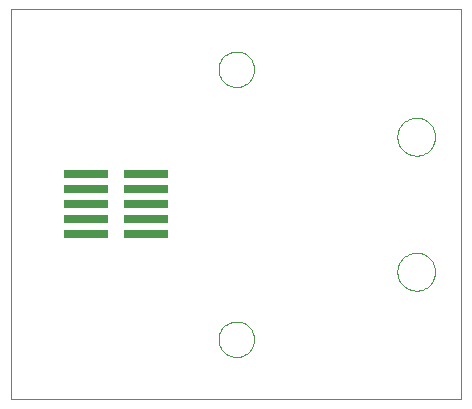
<source format=gtp>
G75*
G70*
%OFA0B0*%
%FSLAX24Y24*%
%IPPOS*%
%LPD*%
%AMOC8*
5,1,8,0,0,1.08239X$1,22.5*
%
%ADD10C,0.0000*%
%ADD11R,0.1500X0.0290*%
D10*
X000100Y000100D02*
X000100Y013100D01*
X015100Y013100D01*
X015100Y000100D01*
X000100Y000100D01*
X007009Y002100D02*
X007011Y002148D01*
X007017Y002196D01*
X007027Y002243D01*
X007040Y002289D01*
X007058Y002334D01*
X007078Y002378D01*
X007103Y002420D01*
X007131Y002459D01*
X007161Y002496D01*
X007195Y002530D01*
X007232Y002562D01*
X007270Y002591D01*
X007311Y002616D01*
X007354Y002638D01*
X007399Y002656D01*
X007445Y002670D01*
X007492Y002681D01*
X007540Y002688D01*
X007588Y002691D01*
X007636Y002690D01*
X007684Y002685D01*
X007732Y002676D01*
X007778Y002664D01*
X007823Y002647D01*
X007867Y002627D01*
X007909Y002604D01*
X007949Y002577D01*
X007987Y002547D01*
X008022Y002514D01*
X008054Y002478D01*
X008084Y002440D01*
X008110Y002399D01*
X008132Y002356D01*
X008152Y002312D01*
X008167Y002267D01*
X008179Y002220D01*
X008187Y002172D01*
X008191Y002124D01*
X008191Y002076D01*
X008187Y002028D01*
X008179Y001980D01*
X008167Y001933D01*
X008152Y001888D01*
X008132Y001844D01*
X008110Y001801D01*
X008084Y001760D01*
X008054Y001722D01*
X008022Y001686D01*
X007987Y001653D01*
X007949Y001623D01*
X007909Y001596D01*
X007867Y001573D01*
X007823Y001553D01*
X007778Y001536D01*
X007732Y001524D01*
X007684Y001515D01*
X007636Y001510D01*
X007588Y001509D01*
X007540Y001512D01*
X007492Y001519D01*
X007445Y001530D01*
X007399Y001544D01*
X007354Y001562D01*
X007311Y001584D01*
X007270Y001609D01*
X007232Y001638D01*
X007195Y001670D01*
X007161Y001704D01*
X007131Y001741D01*
X007103Y001780D01*
X007078Y001822D01*
X007058Y001866D01*
X007040Y001911D01*
X007027Y001957D01*
X007017Y002004D01*
X007011Y002052D01*
X007009Y002100D01*
X012970Y004350D02*
X012972Y004400D01*
X012978Y004450D01*
X012988Y004499D01*
X013002Y004547D01*
X013019Y004594D01*
X013040Y004639D01*
X013065Y004683D01*
X013093Y004724D01*
X013125Y004763D01*
X013159Y004800D01*
X013196Y004834D01*
X013236Y004864D01*
X013278Y004891D01*
X013322Y004915D01*
X013368Y004936D01*
X013415Y004952D01*
X013463Y004965D01*
X013513Y004974D01*
X013562Y004979D01*
X013613Y004980D01*
X013663Y004977D01*
X013712Y004970D01*
X013761Y004959D01*
X013809Y004944D01*
X013855Y004926D01*
X013900Y004904D01*
X013943Y004878D01*
X013984Y004849D01*
X014023Y004817D01*
X014059Y004782D01*
X014091Y004744D01*
X014121Y004704D01*
X014148Y004661D01*
X014171Y004617D01*
X014190Y004571D01*
X014206Y004523D01*
X014218Y004474D01*
X014226Y004425D01*
X014230Y004375D01*
X014230Y004325D01*
X014226Y004275D01*
X014218Y004226D01*
X014206Y004177D01*
X014190Y004129D01*
X014171Y004083D01*
X014148Y004039D01*
X014121Y003996D01*
X014091Y003956D01*
X014059Y003918D01*
X014023Y003883D01*
X013984Y003851D01*
X013943Y003822D01*
X013900Y003796D01*
X013855Y003774D01*
X013809Y003756D01*
X013761Y003741D01*
X013712Y003730D01*
X013663Y003723D01*
X013613Y003720D01*
X013562Y003721D01*
X013513Y003726D01*
X013463Y003735D01*
X013415Y003748D01*
X013368Y003764D01*
X013322Y003785D01*
X013278Y003809D01*
X013236Y003836D01*
X013196Y003866D01*
X013159Y003900D01*
X013125Y003937D01*
X013093Y003976D01*
X013065Y004017D01*
X013040Y004061D01*
X013019Y004106D01*
X013002Y004153D01*
X012988Y004201D01*
X012978Y004250D01*
X012972Y004300D01*
X012970Y004350D01*
X012970Y008850D02*
X012972Y008900D01*
X012978Y008950D01*
X012988Y008999D01*
X013002Y009047D01*
X013019Y009094D01*
X013040Y009139D01*
X013065Y009183D01*
X013093Y009224D01*
X013125Y009263D01*
X013159Y009300D01*
X013196Y009334D01*
X013236Y009364D01*
X013278Y009391D01*
X013322Y009415D01*
X013368Y009436D01*
X013415Y009452D01*
X013463Y009465D01*
X013513Y009474D01*
X013562Y009479D01*
X013613Y009480D01*
X013663Y009477D01*
X013712Y009470D01*
X013761Y009459D01*
X013809Y009444D01*
X013855Y009426D01*
X013900Y009404D01*
X013943Y009378D01*
X013984Y009349D01*
X014023Y009317D01*
X014059Y009282D01*
X014091Y009244D01*
X014121Y009204D01*
X014148Y009161D01*
X014171Y009117D01*
X014190Y009071D01*
X014206Y009023D01*
X014218Y008974D01*
X014226Y008925D01*
X014230Y008875D01*
X014230Y008825D01*
X014226Y008775D01*
X014218Y008726D01*
X014206Y008677D01*
X014190Y008629D01*
X014171Y008583D01*
X014148Y008539D01*
X014121Y008496D01*
X014091Y008456D01*
X014059Y008418D01*
X014023Y008383D01*
X013984Y008351D01*
X013943Y008322D01*
X013900Y008296D01*
X013855Y008274D01*
X013809Y008256D01*
X013761Y008241D01*
X013712Y008230D01*
X013663Y008223D01*
X013613Y008220D01*
X013562Y008221D01*
X013513Y008226D01*
X013463Y008235D01*
X013415Y008248D01*
X013368Y008264D01*
X013322Y008285D01*
X013278Y008309D01*
X013236Y008336D01*
X013196Y008366D01*
X013159Y008400D01*
X013125Y008437D01*
X013093Y008476D01*
X013065Y008517D01*
X013040Y008561D01*
X013019Y008606D01*
X013002Y008653D01*
X012988Y008701D01*
X012978Y008750D01*
X012972Y008800D01*
X012970Y008850D01*
X007009Y011100D02*
X007011Y011148D01*
X007017Y011196D01*
X007027Y011243D01*
X007040Y011289D01*
X007058Y011334D01*
X007078Y011378D01*
X007103Y011420D01*
X007131Y011459D01*
X007161Y011496D01*
X007195Y011530D01*
X007232Y011562D01*
X007270Y011591D01*
X007311Y011616D01*
X007354Y011638D01*
X007399Y011656D01*
X007445Y011670D01*
X007492Y011681D01*
X007540Y011688D01*
X007588Y011691D01*
X007636Y011690D01*
X007684Y011685D01*
X007732Y011676D01*
X007778Y011664D01*
X007823Y011647D01*
X007867Y011627D01*
X007909Y011604D01*
X007949Y011577D01*
X007987Y011547D01*
X008022Y011514D01*
X008054Y011478D01*
X008084Y011440D01*
X008110Y011399D01*
X008132Y011356D01*
X008152Y011312D01*
X008167Y011267D01*
X008179Y011220D01*
X008187Y011172D01*
X008191Y011124D01*
X008191Y011076D01*
X008187Y011028D01*
X008179Y010980D01*
X008167Y010933D01*
X008152Y010888D01*
X008132Y010844D01*
X008110Y010801D01*
X008084Y010760D01*
X008054Y010722D01*
X008022Y010686D01*
X007987Y010653D01*
X007949Y010623D01*
X007909Y010596D01*
X007867Y010573D01*
X007823Y010553D01*
X007778Y010536D01*
X007732Y010524D01*
X007684Y010515D01*
X007636Y010510D01*
X007588Y010509D01*
X007540Y010512D01*
X007492Y010519D01*
X007445Y010530D01*
X007399Y010544D01*
X007354Y010562D01*
X007311Y010584D01*
X007270Y010609D01*
X007232Y010638D01*
X007195Y010670D01*
X007161Y010704D01*
X007131Y010741D01*
X007103Y010780D01*
X007078Y010822D01*
X007058Y010866D01*
X007040Y010911D01*
X007027Y010957D01*
X007017Y011004D01*
X007011Y011052D01*
X007009Y011100D01*
D11*
X004600Y007600D03*
X004600Y007100D03*
X004600Y006600D03*
X004600Y006100D03*
X004600Y005600D03*
X002600Y005600D03*
X002600Y006100D03*
X002600Y006600D03*
X002600Y007100D03*
X002600Y007600D03*
M02*

</source>
